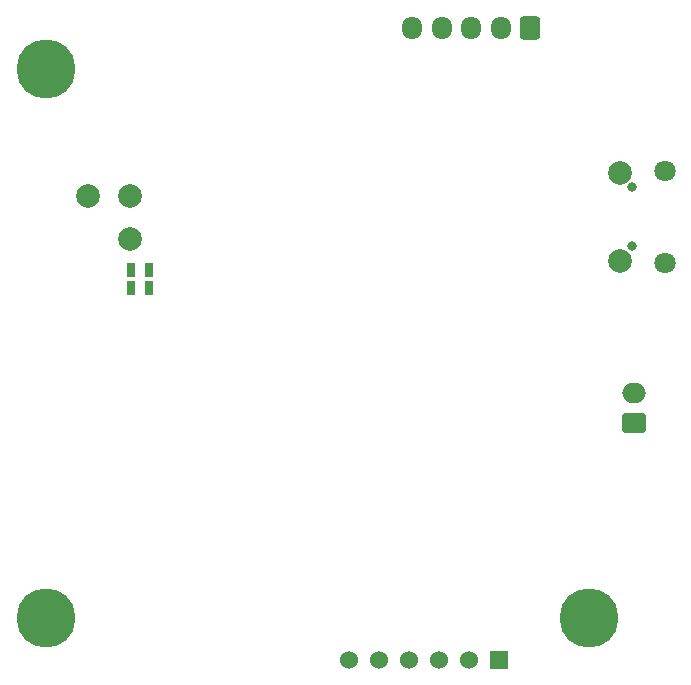
<source format=gbs>
G04 #@! TF.GenerationSoftware,KiCad,Pcbnew,6.0.2-378541a8eb~116~ubuntu20.04.1*
G04 #@! TF.CreationDate,2022-03-07T01:05:26+01:00*
G04 #@! TF.ProjectId,lora_sensor,6c6f7261-5f73-4656-9e73-6f722e6b6963,rev?*
G04 #@! TF.SameCoordinates,Original*
G04 #@! TF.FileFunction,Soldermask,Bot*
G04 #@! TF.FilePolarity,Negative*
%FSLAX46Y46*%
G04 Gerber Fmt 4.6, Leading zero omitted, Abs format (unit mm)*
G04 Created by KiCad (PCBNEW 6.0.2-378541a8eb~116~ubuntu20.04.1) date 2022-03-07 01:05:26*
%MOMM*%
%LPD*%
G01*
G04 APERTURE LIST*
G04 Aperture macros list*
%AMRoundRect*
0 Rectangle with rounded corners*
0 $1 Rounding radius*
0 $2 $3 $4 $5 $6 $7 $8 $9 X,Y pos of 4 corners*
0 Add a 4 corners polygon primitive as box body*
4,1,4,$2,$3,$4,$5,$6,$7,$8,$9,$2,$3,0*
0 Add four circle primitives for the rounded corners*
1,1,$1+$1,$2,$3*
1,1,$1+$1,$4,$5*
1,1,$1+$1,$6,$7*
1,1,$1+$1,$8,$9*
0 Add four rect primitives between the rounded corners*
20,1,$1+$1,$2,$3,$4,$5,0*
20,1,$1+$1,$4,$5,$6,$7,0*
20,1,$1+$1,$6,$7,$8,$9,0*
20,1,$1+$1,$8,$9,$2,$3,0*%
G04 Aperture macros list end*
%ADD10C,5.000000*%
%ADD11R,0.635000X1.143000*%
%ADD12RoundRect,0.250000X0.600000X0.725000X-0.600000X0.725000X-0.600000X-0.725000X0.600000X-0.725000X0*%
%ADD13O,1.700000X1.950000*%
%ADD14R,1.524000X1.524000*%
%ADD15C,1.524000*%
%ADD16RoundRect,0.250000X0.750000X-0.600000X0.750000X0.600000X-0.750000X0.600000X-0.750000X-0.600000X0*%
%ADD17O,2.000000X1.700000*%
%ADD18C,0.800000*%
%ADD19C,2.000000*%
%ADD20C,1.800000*%
G04 APERTURE END LIST*
D10*
G04 #@! TO.C,REF\u002A\u002A*
X154000000Y-126500000D03*
G04 #@! TD*
G04 #@! TO.C,REF\u002A\u002A*
X108000000Y-126500000D03*
G04 #@! TD*
G04 #@! TO.C,REF\u002A\u002A*
X108000000Y-80000000D03*
G04 #@! TD*
D11*
G04 #@! TO.C,C110*
X116762000Y-98500000D03*
X115238000Y-98500000D03*
G04 #@! TD*
G04 #@! TO.C,C107*
X116762000Y-97000000D03*
X115238000Y-97000000D03*
G04 #@! TD*
D12*
G04 #@! TO.C,J105*
X148999998Y-76525000D03*
D13*
X146499998Y-76525000D03*
X143999998Y-76525000D03*
X141499998Y-76525000D03*
X138999998Y-76525000D03*
G04 #@! TD*
D14*
G04 #@! TO.C,J103*
X146350000Y-130000000D03*
D15*
X143810000Y-130000000D03*
X141270000Y-130000000D03*
X138730000Y-130000000D03*
X136190000Y-130000000D03*
X133650000Y-130000000D03*
G04 #@! TD*
D16*
G04 #@! TO.C,J102*
X157773001Y-109938500D03*
D17*
X157773001Y-107438500D03*
G04 #@! TD*
D18*
G04 #@! TO.C,J101*
X157620000Y-95005000D03*
X157620000Y-90005000D03*
D19*
X156570000Y-96230000D03*
D20*
X160370000Y-96380000D03*
D19*
X156570000Y-88780000D03*
D20*
X160370000Y-88630000D03*
G04 #@! TD*
D19*
G04 #@! TO.C,U105*
X115150000Y-94350000D03*
X115150000Y-90750000D03*
X111550000Y-90750000D03*
G04 #@! TD*
M02*

</source>
